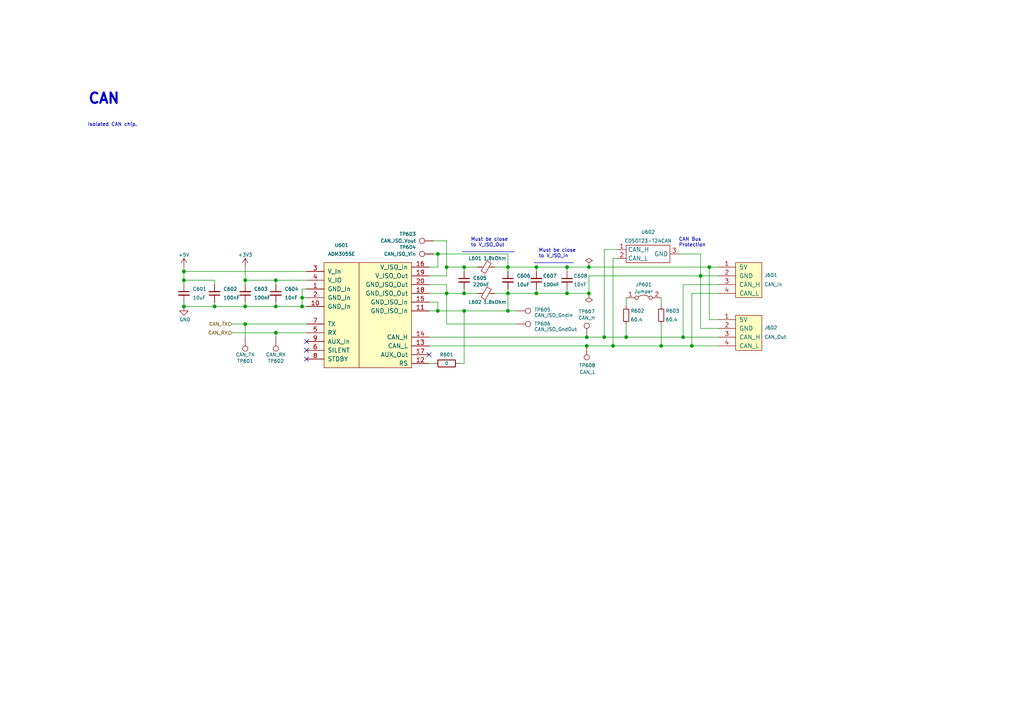
<source format=kicad_sch>
(kicad_sch (version 20230121) (generator eeschema)
  (paper "A4")
  (title_block (title "Sunscatter") (date "2022-06-05") (rev "3.4.0") (company "Longhorn Racing Solar") (comment 1 "Matthew Yu") (comment 2 "Gary Hallock"))
  (lib_symbols
    (symbol "Connector:TestPoint" (pin_numbers hide) (pin_names (offset 0.762) hide)
      (property "Reference" "TP" (at 0 6.858 0))
      (property "Value" "TestPoint" (at 0 5.08 0))
      (symbol "TestPoint_0_1"
        (circle (center 0 3.302) (radius 0.762))
      )
      (symbol "TestPoint_1_1"
        (pin passive line (at 0 0 90) (length 2.54) (name "1") (number "1"))
      )
    )
    (symbol "Device:C_Small" (pin_numbers hide) (pin_names (offset 0.254) hide)
      (property "Reference" "C" (at 0.254 1.778 0))
      (property "Value" "C_Small" (at 0.254 -2.032 0))
      (symbol "C_Small_0_1"
        (polyline (pts (xy -1.524 -0.508) (xy 1.524 -0.508)) (stroke (width 0.3302)))
        (polyline (pts (xy -1.524 0.508) (xy 1.524 0.508)) (stroke (width 0.3048)))
      )
      (symbol "C_Small_1_1"
        (pin passive line (at 0 2.54 270) (length 2.032) (name "~") (number "1"))
        (pin passive line (at 0 -2.54 90) (length 2.032) (name "~") (number "2"))
      )
    )
    (symbol "Device:FerriteBead_Small" (pin_numbers hide) (pin_names (offset 0))
      (property "Reference" "FB" (at 1.905 1.27 0))
      (property "Value" "FerriteBead_Small" (at 1.905 -1.27 0))
      (symbol "FerriteBead_Small_0_1"
        (polyline (pts (xy 0 -1.27) (xy 0 -0.7874)))
        (polyline (pts (xy 0 0.889) (xy 0 1.2954)))
        (polyline (pts (xy -1.8288 0.2794) (xy -1.1176 1.4986) (xy 1.8288 -0.2032) (xy 1.1176 -1.4224) (xy -1.8288 0.2794)))
      )
      (symbol "FerriteBead_Small_1_1"
        (pin passive line (at 0 2.54 270) (length 1.27) (name "~") (number "1"))
        (pin passive line (at 0 -2.54 90) (length 1.27) (name "~") (number "2"))
      )
    )
    (symbol "Device:R" (pin_numbers hide) (pin_names (offset 0))
      (property "Reference" "R" (at 2.032 0 90))
      (property "Value" "R" (at 0 0 90))
      (symbol "R_0_1"
        (rectangle (start -1.016 -2.54) (end 1.016 2.54) (stroke (width 0.254)))
      )
      (symbol "R_1_1"
        (pin passive line (at 0 3.81 270) (length 1.27) (name "~") (number "1"))
        (pin passive line (at 0 -3.81 90) (length 1.27) (name "~") (number "2"))
      )
    )
    (symbol "Device:R_Small" (pin_numbers hide) (pin_names (offset 0.254) hide)
      (property "Reference" "R" (at 0.762 0.508 0))
      (property "Value" "R_Small" (at 0.762 -1.016 0))
      (symbol "R_Small_0_1"
        (rectangle (start -0.762 1.778) (end 0.762 -1.778) (stroke (width 0.2032)))
      )
      (symbol "R_Small_1_1"
        (pin passive line (at 0 2.54 270) (length 0.762) (name "~") (number "1"))
        (pin passive line (at 0 -2.54 90) (length 0.762) (name "~") (number "2"))
      )
    )
    (symbol "Jumper:Jumper_2_Bridged" (pin_names (offset 0) hide)
      (property "Reference" "JP" (at 0 1.905 0))
      (property "Value" "Jumper_2_Bridged" (at 0 -2.54 0))
      (symbol "Jumper_2_Bridged_0_0"
        (circle (center -2.032 0) (radius 0.508))
        (circle (center 2.032 0) (radius 0.508))
      )
      (symbol "Jumper_2_Bridged_0_1"
        (arc (start 1.524 0.254) (mid 0 0.762) (end -1.524 0.254))
      )
      (symbol "Jumper_2_Bridged_1_1"
        (pin passive line (at -5.08 0 0) (length 2.54) (name "A") (number "1"))
        (pin passive line (at 5.08 0 180) (length 2.54) (name "B") (number "2"))
      )
    )
    (symbol "MPPT:CAN_Bus_Protector_CDSOT23-T24CAN"
      (property "Reference" "U" (at 0 -3.81 0))
      (property "Value" "CAN_Bus_Protector_CDSOT23-T24CAN" (at 0 3.81 0))
      (symbol "CAN_Bus_Protector_CDSOT23-T24CAN_0_1"
        (rectangle (start 6.35 2.54) (end -6.35 -2.54))
      )
      (symbol "CAN_Bus_Protector_CDSOT23-T24CAN_1_1"
        (pin passive line (at -8.89 1.27 0) (length 2.54) (name "CAN_H") (number "1"))
        (pin passive line (at -8.89 -1.27 0) (length 2.54) (name "CAN_L") (number "2"))
        (pin passive line (at 8.89 0 180) (length 2.54) (name "GND") (number "3"))
      )
    )
    (symbol "MPPT:CAN_Chip_ADM3055E" (pin_names (offset 1.016))
      (property "Reference" "U" (at 0 16.51 0))
      (property "Value" "CAN_Chip_ADM3055E" (at 0 -16.51 0))
      (symbol "CAN_Chip_ADM3055E_0_1"
        (rectangle (start -12.7 15.24) (end 12.7 -15.24) (fill (type background)))
        (polyline (pts (xy -2.54 15.24) (xy -2.54 -15.24)))
      )
      (symbol "CAN_Chip_ADM3055E_1_1"
        (pin power_in line (at -17.78 7.62 0) (length 5.08) (name "GND_In") (number "1"))
        (pin power_in line (at -17.78 2.54 0) (length 5.08) (name "GND_In") (number "10"))
        (pin power_in line (at 17.78 1.27 180) (length 5.08) (name "GND_ISO_In") (number "11"))
        (pin input line (at 17.78 -13.97 180) (length 5.08) (name "RS") (number "12"))
        (pin bidirectional line (at 17.78 -8.89 180) (length 5.08) (name "CAN_L") (number "13"))
        (pin bidirectional line (at 17.78 -6.35 180) (length 5.08) (name "CAN_H") (number "14"))
        (pin power_in line (at 17.78 3.81 180) (length 5.08) (name "GND_ISO_In") (number "15"))
        (pin power_in line (at 17.78 13.97 180) (length 5.08) (name "V_ISO_In") (number "16"))
        (pin output line (at 17.78 -11.43 180) (length 5.08) (name "AUX_Out") (number "17"))
        (pin power_in line (at 17.78 6.35 180) (length 5.08) (name "GND_ISO_Out") (number "18"))
        (pin power_out line (at 17.78 11.43 180) (length 5.08) (name "V_ISO_Out") (number "19"))
        (pin power_in line (at -17.78 5.08 0) (length 5.08) (name "GND_In") (number "2"))
        (pin power_out line (at 17.78 8.89 180) (length 5.08) (name "GND_ISO_Out") (number "20"))
        (pin power_in line (at -17.78 12.7 0) (length 5.08) (name "V_In") (number "3"))
        (pin power_in line (at -17.78 10.16 0) (length 5.08) (name "V_IO") (number "4"))
        (pin output line (at -17.78 -5.08 0) (length 5.08) (name "RX") (number "5"))
        (pin input line (at -17.78 -10.16 0) (length 5.08) (name "SILENT") (number "6"))
        (pin input line (at -17.78 -2.54 0) (length 5.08) (name "TX") (number "7"))
        (pin input line (at -17.78 -12.7 0) (length 5.08) (name "STDBY") (number "8"))
        (pin input line (at -17.78 -7.62 0) (length 5.08) (name "AUX_In") (number "9"))
      )
    )
    (symbol "MPPT:CAN_Connector_43650-0427" (pin_names (offset 1.016))
      (property "Reference" "J" (at 0 -6.35 0))
      (property "Value" "CAN_Connector_43650-0427" (at 0 6.35 0))
      (symbol "CAN_Connector_43650-0427_0_1"
        (rectangle (start 3.81 5.08) (end -3.81 -5.08) (fill (type background)))
      )
      (symbol "CAN_Connector_43650-0427_1_1"
        (pin power_in line (at 8.89 3.81 180) (length 5.08) (name "5V") (number "1"))
        (pin power_in line (at 8.89 1.27 180) (length 5.08) (name "GND") (number "2"))
        (pin bidirectional line (at 8.89 -1.27 180) (length 5.08) (name "CAN_H") (number "3"))
        (pin bidirectional line (at 8.89 -3.81 180) (length 5.08) (name "CAN_L") (number "4"))
      )
    )
    (symbol "power:+3.3V" (power) (pin_names (offset 0))
      (property "Value" "+3.3V" (at 0 3.556 0))
      (symbol "+3.3V_0_1"
        (polyline (pts (xy -0.762 1.27) (xy 0 2.54)))
        (polyline (pts (xy 0 0) (xy 0 2.54)))
        (polyline (pts (xy 0 2.54) (xy 0.762 1.27)))
      )
      (symbol "+3.3V_1_1"
        (pin power_in line (at 0 0 90) (length 0) hide (name "+3V3") (number "1"))
      )
    )
    (symbol "power:+5V" (power) (pin_names (offset 0))
      (property "Value" "+5V" (at 0 3.556 0))
      (symbol "+5V_0_1"
        (polyline (pts (xy -0.762 1.27) (xy 0 2.54)))
        (polyline (pts (xy 0 0) (xy 0 2.54)))
        (polyline (pts (xy 0 2.54) (xy 0.762 1.27)))
      )
      (symbol "+5V_1_1"
        (pin power_in line (at 0 0 90) (length 0) hide (name "+5V") (number "1"))
      )
    )
    (symbol "power:GND" (power) (pin_names (offset 0))
      (property "Value" "GND" (at 0 -3.81 0))
      (symbol "GND_0_1"
        (polyline (pts (xy 0 0) (xy 0 -1.27) (xy 1.27 -1.27) (xy 0 -2.54) (xy -1.27 -1.27) (xy 0 -1.27)))
      )
      (symbol "GND_1_1"
        (pin power_in line (at 0 0 270) (length 0) hide (name "GND") (number "1"))
      )
    )
    (symbol "power:PWR_FLAG" (power) (pin_numbers hide) (pin_names (offset 0) hide)
      (property "Value" "PWR_FLAG" (at 0 3.81 0))
      (symbol "PWR_FLAG_0_0"
        (pin power_out line (at 0 0 90) (length 0) (name "pwr") (number "1"))
      )
      (symbol "PWR_FLAG_0_1"
        (polyline (pts (xy 0 0) (xy 0 1.27) (xy -1.016 1.905) (xy 0 2.54) (xy 1.016 1.905) (xy 0 1.27)))
      )
    )
  )
  (junction (at 129.54 77.47))
  (junction (at 164.465 77.47))
  (junction (at 71.12 81.28))
  (junction (at 175.26 97.79))
  (junction (at 181.61 97.79))
  (junction (at 87.63 88.9))
  (junction (at 80.01 96.52))
  (junction (at 198.12 97.79))
  (junction (at 53.34 78.74))
  (junction (at 191.77 100.33))
  (junction (at 71.12 88.9))
  (junction (at 147.32 77.47))
  (junction (at 170.815 77.47))
  (junction (at 53.34 81.28))
  (junction (at 127 90.17))
  (junction (at 170.815 85.09))
  (junction (at 80.01 81.28))
  (junction (at 80.01 88.9))
  (junction (at 71.12 93.98))
  (junction (at 200.66 100.33))
  (junction (at 129.54 85.09))
  (junction (at 170.18 97.79))
  (junction (at 62.23 88.9))
  (junction (at 205.74 77.47))
  (junction (at 147.32 90.17))
  (junction (at 170.18 100.33))
  (junction (at 134.62 85.09))
  (junction (at 147.32 85.09))
  (junction (at 155.575 85.09))
  (junction (at 53.34 88.9))
  (junction (at 134.62 90.17))
  (junction (at 87.63 86.36))
  (junction (at 203.2 80.01))
  (junction (at 164.465 85.09))
  (junction (at 177.8 100.33))
  (junction (at 134.62 77.47))
  (junction (at 155.575 77.47))
  (junction (at 127 73.66))
  (no_connect (at 124.46 102.87))
  (no_connect (at 88.9 104.14))
  (no_connect (at 88.9 99.06))
  (no_connect (at 88.9 101.6))
  (wire (pts (xy 164.465 77.47) (xy 170.815 77.47)))
  (wire (pts (xy 87.63 83.82) (xy 87.63 86.36)))
  (wire (pts (xy 181.61 86.36) (xy 181.61 88.9)))
  (wire (pts (xy 170.815 80.01) (xy 203.2 80.01)))
  (wire (pts (xy 129.54 93.98) (xy 149.86 93.98)))
  (wire (pts (xy 134.62 105.41) (xy 134.62 90.17)))
  (wire (pts (xy 127 87.63) (xy 127 90.17)))
  (wire (pts (xy 80.01 87.63) (xy 80.01 88.9)))
  (wire (pts (xy 80.01 81.28) (xy 80.01 82.55)))
  (wire (pts (xy 124.46 100.33) (xy 170.18 100.33)))
  (wire (pts (xy 191.77 88.9) (xy 191.77 86.36)))
  (wire (pts (xy 170.18 97.79) (xy 175.26 97.79)))
  (wire (pts (xy 87.63 88.9) (xy 88.9 88.9)))
  (wire (pts (xy 125.73 69.85) (xy 129.54 69.85)))
  (wire (pts (xy 88.9 83.82) (xy 87.63 83.82)))
  (wire (pts (xy 134.62 90.17) (xy 147.32 90.17)))
  (wire (pts (xy 170.815 80.01) (xy 170.815 85.09)))
  (wire (pts (xy 147.32 77.47) (xy 155.575 77.47)))
  (wire (pts (xy 127 87.63) (xy 124.46 87.63)))
  (wire (pts (xy 155.575 77.47) (xy 155.575 78.74)))
  (wire (pts (xy 175.26 72.39) (xy 175.26 97.79)))
  (wire (pts (xy 127 73.66) (xy 147.32 73.66)))
  (wire (pts (xy 71.12 77.47) (xy 71.12 81.28)))
  (wire (pts (xy 170.815 77.47) (xy 205.74 77.47)))
  (wire (pts (xy 127 73.66) (xy 127 77.47)))
  (wire (pts (xy 124.46 85.09) (xy 129.54 85.09)))
  (wire (pts (xy 181.61 97.79) (xy 198.12 97.79)))
  (wire (pts (xy 71.12 97.79) (xy 71.12 93.98)))
  (wire (pts (xy 200.66 100.33) (xy 208.28 100.33)))
  (wire (pts (xy 127 77.47) (xy 124.46 77.47)))
  (wire (pts (xy 203.2 80.01) (xy 203.2 95.25)))
  (wire (pts (xy 147.32 73.66) (xy 147.32 77.47)))
  (wire (pts (xy 175.26 97.79) (xy 181.61 97.79)))
  (wire (pts (xy 129.54 69.85) (xy 129.54 77.47)))
  (wire (pts (xy 71.12 81.28) (xy 71.12 82.55)))
  (wire (pts (xy 164.465 77.47) (xy 164.465 78.74)))
  (wire (pts (xy 134.62 77.47) (xy 138.43 77.47)))
  (wire (pts (xy 203.2 95.25) (xy 208.28 95.25)))
  (wire (pts (xy 191.77 93.98) (xy 191.77 100.33)))
  (wire (pts (xy 124.46 97.79) (xy 170.18 97.79)))
  (wire (pts (xy 80.01 96.52) (xy 88.9 96.52)))
  (wire (pts (xy 80.01 97.79) (xy 80.01 96.52)))
  (wire (pts (xy 147.32 85.09) (xy 147.32 90.17)))
  (wire (pts (xy 143.51 85.09) (xy 147.32 85.09)))
  (wire (pts (xy 164.465 85.09) (xy 164.465 83.82)))
  (wire (pts (xy 124.46 90.17) (xy 127 90.17)))
  (wire (pts (xy 67.31 96.52) (xy 80.01 96.52)))
  (wire (pts (xy 203.2 80.01) (xy 208.28 80.01)))
  (wire (pts (xy 205.74 77.47) (xy 205.74 92.71)))
  (wire (pts (xy 53.34 87.63) (xy 53.34 88.9)))
  (wire (pts (xy 134.62 78.74) (xy 134.62 77.47)))
  (wire (pts (xy 133.35 105.41) (xy 134.62 105.41)))
  (wire (pts (xy 200.66 85.09) (xy 208.28 85.09)))
  (wire (pts (xy 129.54 82.55) (xy 124.46 82.55)))
  (wire (pts (xy 53.34 77.47) (xy 53.34 78.74)))
  (wire (pts (xy 62.23 81.28) (xy 62.23 82.55)))
  (wire (pts (xy 205.74 77.47) (xy 208.28 77.47)))
  (wire (pts (xy 62.23 87.63) (xy 62.23 88.9)))
  (wire (pts (xy 129.54 77.47) (xy 129.54 80.01)))
  (wire (pts (xy 164.465 85.09) (xy 170.815 85.09)))
  (wire (pts (xy 155.575 77.47) (xy 164.465 77.47)))
  (wire (pts (xy 191.77 100.33) (xy 200.66 100.33)))
  (wire (pts (xy 71.12 87.63) (xy 71.12 88.9)))
  (wire (pts (xy 134.62 85.09) (xy 138.43 85.09)))
  (wire (pts (xy 53.34 78.74) (xy 88.9 78.74)))
  (wire (pts (xy 71.12 81.28) (xy 80.01 81.28)))
  (wire (pts (xy 181.61 93.98) (xy 181.61 97.79)))
  (polyline (pts (xy 133.985 73.025) (xy 149.225 73.025)))
  (wire (pts (xy 53.34 81.28) (xy 53.34 82.55)))
  (wire (pts (xy 179.07 74.93) (xy 177.8 74.93)))
  (wire (pts (xy 147.32 83.82) (xy 147.32 85.09)))
  (wire (pts (xy 198.12 97.79) (xy 208.28 97.79)))
  (wire (pts (xy 155.575 85.09) (xy 155.575 83.82)))
  (wire (pts (xy 129.54 85.09) (xy 134.62 85.09)))
  (wire (pts (xy 80.01 81.28) (xy 88.9 81.28)))
  (wire (pts (xy 177.8 74.93) (xy 177.8 100.33)))
  (wire (pts (xy 62.23 88.9) (xy 71.12 88.9)))
  (wire (pts (xy 155.575 85.09) (xy 164.465 85.09)))
  (wire (pts (xy 147.32 77.47) (xy 147.32 78.74)))
  (wire (pts (xy 143.51 77.47) (xy 147.32 77.47)))
  (wire (pts (xy 87.63 86.36) (xy 87.63 88.9)))
  (wire (pts (xy 205.74 92.71) (xy 208.28 92.71)))
  (wire (pts (xy 53.34 88.9) (xy 62.23 88.9)))
  (wire (pts (xy 71.12 88.9) (xy 80.01 88.9)))
  (wire (pts (xy 129.54 85.09) (xy 129.54 93.98)))
  (wire (pts (xy 80.01 88.9) (xy 87.63 88.9)))
  (wire (pts (xy 134.62 85.09) (xy 134.62 83.82)))
  (wire (pts (xy 179.07 72.39) (xy 175.26 72.39)))
  (wire (pts (xy 53.34 78.74) (xy 53.34 81.28)))
  (wire (pts (xy 129.54 77.47) (xy 134.62 77.47)))
  (wire (pts (xy 147.32 85.09) (xy 155.575 85.09)))
  (wire (pts (xy 203.2 73.66) (xy 203.2 80.01)))
  (wire (pts (xy 129.54 80.01) (xy 124.46 80.01)))
  (wire (pts (xy 200.66 100.33) (xy 200.66 85.09)))
  (wire (pts (xy 127 90.17) (xy 134.62 90.17)))
  (wire (pts (xy 170.18 100.33) (xy 177.8 100.33)))
  (wire (pts (xy 87.63 86.36) (xy 88.9 86.36)))
  (wire (pts (xy 198.12 97.79) (xy 198.12 82.55)))
  (wire (pts (xy 53.34 81.28) (xy 62.23 81.28)))
  (polyline (pts (xy 154.94 76.2) (xy 166.37 76.2)))
  (wire (pts (xy 125.73 73.66) (xy 127 73.66)))
  (wire (pts (xy 129.54 82.55) (xy 129.54 85.09)))
  (wire (pts (xy 196.85 73.66) (xy 203.2 73.66)))
  (wire (pts (xy 67.31 93.98) (xy 71.12 93.98)))
  (wire (pts (xy 71.12 93.98) (xy 88.9 93.98)))
  (wire (pts (xy 125.73 105.41) (xy 124.46 105.41)))
  (wire (pts (xy 198.12 82.55) (xy 208.28 82.55)))
  (wire (pts (xy 147.32 90.17) (xy 149.86 90.17)))
  (wire (pts (xy 177.8 100.33) (xy 191.77 100.33)))
  (text "CAN Bus\nProtection" (at 196.85 71.755 0) (effects (font (size 1 1)) (justify left bottom)))
  (text "CAN" (at 25.4 30.48 0) (effects (font (size 3 3) (thickness 0.6096) bold) (justify left bottom)))
  (text "Must be close\nto V_ISO_Out" (at 136.525 71.755 0) (effects (font (size 1 1)) (justify left bottom)))
  (text "Isolated CAN chip." (at 25.4 36.83 0) (effects (font (size 1.016 1.016)) (justify left bottom)))
  (text "Must be close\nto V_ISO_In" (at 156.21 74.93 0) (effects (font (size 1 1)) (justify left bottom)))
  (hierarchical_label "CAN_TX" (shape input) (at 67.31 93.98 180) (effects (font (size 1 1))))
  (hierarchical_label "CAN_RX" (shape input) (at 67.31 96.52 180) (effects (font (size 1 1))))
  (symbol (lib_id "MPPT:CAN_Bus_Protector_CDSOT23-T24CAN") (at 187.96 73.66 0) (unit 1)
    (property "Reference" "U602" (at 187.96 67.31 0) (effects (font (size 1 1))))
    (property "Value" "CDSOT23-T24CAN" (at 187.96 69.85 0) (effects (font (size 1 1))))
    (property "Footprint" "Package_TO_SOT_SMD:SOT-23" (effects hide))
    (property "Datasheet" "https://www.mouser.com/datasheet/2/54/cdsot23-t24can-q-1534349.pdf" (effects hide))
    (property "Distributor" "Mouser" (effects hide))
    (property "Manufacturer" "Bourns" (effects hide))
    (property "JLCPCB BOM" "0" (effects hide))
    (property "LCSC Part" "N/A" (effects hide))
    (property "Projected Cost" "0.50" (effects hide))
    (property "Purchase Page" "https://www.mouser.com/ProductDetail/Bourns/CDSOT23-T24CAN-Q?qs=xhbEVWpZdWdLN7nyBILlNA%3D%3D" (effects hide))
    (property "Manufacturer Part Number" "CDSOT23-T24CAN-Q" (effects hide))
    (property "Mouser Part" "652-CDSOT23-T24CAN-Q" (effects hide))
  )
  (symbol (lib_id "Device:R_Small") (at 191.77 91.44 0) (mirror y) (unit 1)
    (property "Reference" "R603" (at 193.04 90.17 0) (effects (font (size 1 1)) (justify right)))
    (property "Value" "60.4" (at 193.04 92.71 0) (effects (font (size 1 1)) (justify right)))
    (property "Footprint" "Resistor_SMD:R_0805_2012Metric" (effects hide))
    (property "Datasheet" "https://www.mouser.com/datasheet/2/427/crcwhpe3-1713858.pdf" (effects hide))
    (property "Distributor" "Mouser" (effects hide))
    (property "Manufacturer" "Vishay/Dale" (effects hide))
    (property "JLCPCB BOM" "0" (effects hide))
    (property "LCSC Part" "N/A" (effects hide))
    (property "Projected Cost" "0.25" (effects hide))
    (property "Purchase Page" "https://www.mouser.com/ProductDetail/Vishay-Dale/CRCW080560R4FKEAHP?qs=40TFAHZMFvcOLVKmRrsypQ%3D%3D" (effects hide))
    (property "Manufacturer Part Number" "CRCW080560R4FKEAHP" (effects hide))
    (property "Mouser Part" "71-CRCW080560R4FKEAH" (effects hide))
  )
  (symbol (lib_id "Connector:TestPoint") (at 80.01 97.79 180) (unit 1)
    (property "Reference" "TP602" (at 80.01 104.14 0) (effects (font (size 1 1)) (justify bottom)))
    (property "Value" "CAN_RX" (at 80.01 102.87 0) (effects (font (size 1 1))))
    (property "Footprint" "TestPoint:TestPoint_Pad_1.0x1.0mm" (effects hide))
  )
  (symbol (lib_id "Device:C_Small") (at 147.32 81.28 0) (unit 1)
    (property "Reference" "C606" (at 149.86 80.01 0) (effects (font (size 1 1)) (justify left)))
    (property "Value" "10uF" (at 149.86 82.55 0) (effects (font (size 1 1)) (justify left)))
    (property "Footprint" "Capacitor_SMD:C_0805_2012Metric" (effects hide))
    (property "Datasheet" "https://datasheet.lcsc.com/lcsc/1811121310_Samsung-Electro-Mechanics-CL21A106KAYNNNE_C15850.pdf" (effects hide))
    (property "Distributor" "JLCPCB" (effects hide))
    (property "JLCPCB BOM" "1" (effects hide))
    (property "LCSC Part" "C15850" (effects hide))
    (property "Manufacturer" "Samsung Electro-Mechanics" (effects hide))
    (property "Projected Cost" "0.0141" (effects hide))
    (property "Purchase Page" "N/A" (effects hide))
    (property "Manufacturer Part Number" "CL21A106KAYNNNE" (effects hide))
    (property "Mouser Part" "N/A" (effects hide))
  )
  (symbol (lib_id "Device:C_Small") (at 155.575 81.28 180) (unit 1)
    (property "Reference" "C607" (at 157.48 80.01 0) (effects (font (size 1 1)) (justify right)))
    (property "Value" "100nF" (at 157.48 82.55 0) (effects (font (size 1 1)) (justify right)))
    (property "Footprint" "Capacitor_SMD:C_0805_2012Metric" (effects hide))
    (property "Datasheet" "https://datasheet.lcsc.com/lcsc/1810191216_Samsung-Electro-Mechanics-CL21B104KCFNNNE_C28233.pdf" (effects hide))
    (property "Distributor" "JLCPCB" (effects hide))
    (property "Manufacturer" "Samsung Elctro-Mechanics" (effects hide))
    (property "JLCPCB BOM" "1" (effects hide))
    (property "LCSC Part" "C28233" (effects hide))
    (property "Projected Cost" "0.0083" (effects hide))
    (property "Purchase Page" "N/A" (effects hide))
    (property "Manufacturer Part Number" "CL21B104KCFNNNE" (effects hide))
    (property "Mouser Part" "N/A" (effects hide))
  )
  (symbol (lib_id "Device:C_Small") (at 134.62 81.28 0) (unit 1)
    (property "Reference" "C605" (at 137.16 80.645 0) (effects (font (size 1 1)) (justify left)))
    (property "Value" "220nF" (at 137.16 82.55 0) (effects (font (size 1 1)) (justify left)))
    (property "Footprint" "Capacitor_SMD:C_0805_2012Metric" (effects hide))
    (property "Datasheet" "https://datasheet.lcsc.com/lcsc/1810191222_Samsung-Electro-Mechanics-CL21B224KBFNNNE_C5378.pdf" (effects hide))
    (property "Distributor" "JLCPCB" (effects hide))
    (property "JLCPCB BOM" "1" (effects hide))
    (property "LCSC Part" "C5378" (effects hide))
    (property "Manufacturer" "Samsung Electro-Mechanics" (effects hide))
    (property "Projected Cost" "0.0118" (effects hide))
    (property "Purchase Page" "N/A" (effects hide))
    (property "Manufacturer Part Number" "CL21B224KBFNNNE" (effects hide))
    (property "Mouser Part" "N/A" (effects hide))
  )
  (symbol (lib_id "power:+3.3V") (at 71.12 77.47 0) (unit 1)
    (property "Reference" "#PWR0602" (effects hide))
    (property "Value" "+3.3V" (at 71.12 73.914 0) (effects (font (size 1 1))))
  )
  (symbol (lib_id "Device:FerriteBead_Small") (at 140.97 77.47 270) (unit 1)
    (property "Reference" "L601" (at 135.89 74.93 90) (effects (font (size 1 1)) (justify left)))
    (property "Value" "1.8kOhm" (at 140.208 74.93 90) (effects (font (size 1 1)) (justify left)))
    (property "Footprint" "Inductor_SMD:L_0805_2012Metric" (effects hide))
    (property "Datasheet" "https://www.mouser.com/datasheet/2/281/1/mure_s_a0010614356_1-2279078.pdf" (effects hide))
    (property "Distributor" "Mouser" (effects hide))
    (property "JLCPCB BOM" "0" (effects hide))
    (property "LCSC Part" "N/A" (effects hide))
    (property "Manufacturer" "Murata Electronics" (effects hide))
    (property "Projected Cost" "0.23" (effects hide))
    (property "Purchase Page" "https://www.mouser.com/ProductDetail/Murata-Electronics/BLM21BD182SN1D?qs=sGAEpiMZZMvCgIIVhD0Cyg9cJWfqr1nr" (effects hide))
    (property "Manufacturer Part Number" "BLM21BD182SN1D" (effects hide))
    (property "Mouser Part" "81-BLM21BD182SN1D" (effects hide))
  )
  (symbol (lib_id "MPPT:CAN_Chip_ADM3055E") (at 106.68 91.44 0) (unit 1)
    (property "Reference" "U601" (at 99.06 71.12 0) (effects (font (size 1 1))))
    (property "Value" "ADM3055E" (at 99.06 73.66 0) (effects (font (size 1 1))))
    (property "Footprint" "Footprints:ADM3055EBRIZ" (effects hide))
    (property "Datasheet" "https://www.mouser.com/datasheet/2/609/ADM3055E-3057E-1509677.pdf" (effects hide))
    (property "Distributor" "Mouser" (effects hide))
    (property "JLCPCB BOM" "0" (effects hide))
    (property "LCSC Part" "N/A" (effects hide))
    (property "Manufacturer" "Analog Devices" (effects hide))
    (property "Projected Cost" "14.91" (effects hide))
    (property "Purchase Page" "https://www.mouser.com/ProductDetail/Analog-Devices/ADM3055EBRIZ?qs=w%2Fv1CP2dgqo%2F70Yob%2FS6iA%3D%3D" (effects hide))
    (property "Manufacturer Part Number" "ADM3055EBRIZ" (effects hide))
    (property "Mouser Part" "584-ADM3055EBRIZ" (effects hide))
  )
  (symbol (lib_id "power:PWR_FLAG") (at 170.815 77.47 0) (unit 1)
    (property "Reference" "#FLG0601" (effects hide))
    (property "Value" "PWR_FLAG" (effects hide))
  )
  (symbol (lib_id "Connector:TestPoint") (at 149.86 90.17 270) (unit 1)
    (property "Reference" "TP605" (at 154.94 90.424 90) (effects (font (size 1 1)) (justify left bottom)))
    (property "Value" "CAN_ISO_GndIn" (at 154.94 91.44 90) (effects (font (size 1 1)) (justify left)))
    (property "Footprint" "TestPoint:TestPoint_Pad_1.0x1.0mm" (effects hide))
  )
  (symbol (lib_id "MPPT:CAN_Connector_43650-0427") (at 217.17 96.52 0) (mirror y) (unit 1)
    (property "Reference" "J602" (at 221.6912 95.0468 0) (effects (font (size 1 1)) (justify right)))
    (property "Value" "CAN_Out" (at 221.6912 97.7392 0) (effects (font (size 1 1)) (justify right)))
    (property "Footprint" "Connector_Molex:Molex_Micro-Fit_3.0_43650-0415_1x04_P3.00mm_Vertical" (effects hide))
    (property "Datasheet" "https://www.mouser.com/datasheet/2/276/0436500415_PCB_HEADERS-148705.pdf" (effects hide))
    (property "Distributor" "Mouser" (effects hide))
    (property "Manufacturer" "Molex" (effects hide))
    (property "JLCPCB BOM" "0" (effects hide))
    (property "LCSC Part" "N/A" (effects hide))
    (property "Projected Cost" "1.70" (effects hide))
    (property "Purchase Page" "https://www.mouser.com/ProductDetail/Molex/43650-0427?qs=yYVs2tXBqMNbk6Zhnc0cBQ%3D%3D" (effects hide))
    (property "Manufacturer Part Number" "43650-0427" (effects hide))
    (property "Mouser Part" "538-43650-0427" (effects hide))
  )
  (symbol (lib_id "Jumper:Jumper_2_Bridged") (at 186.69 86.36 0) (unit 1)
    (property "Reference" "JP601" (at 186.69 82.55 0) (effects (font (size 1 1))))
    (property "Value" "Jumper" (at 186.69 84.5336 0) (effects (font (size 1 1))))
    (property "Footprint" "Connector_PinHeader_2.54mm:PinHeader_1x02_P2.54mm_Vertical" (effects hide))
  )
  (symbol (lib_id "MPPT:CAN_Connector_43650-0427") (at 217.17 81.28 0) (mirror y) (unit 1)
    (property "Reference" "J601" (at 221.6912 79.8068 0) (effects (font (size 1 1)) (justify right)))
    (property "Value" "CAN_In" (at 221.6912 82.4992 0) (effects (font (size 1 1)) (justify right)))
    (property "Footprint" "Connector_Molex:Molex_Micro-Fit_3.0_43650-0415_1x04_P3.00mm_Vertical" (effects hide))
    (property "Datasheet" "https://www.mouser.com/datasheet/2/276/0436500415_PCB_HEADERS-148705.pdf" (effects hide))
    (property "Distributor" "Mouser" (effects hide))
    (property "Manufacturer" "Molex" (effects hide))
    (property "JLCPCB BOM" "0" (effects hide))
    (property "LCSC Part" "N/A" (effects hide))
    (property "Projected Cost" "1.70" (effects hide))
    (property "Purchase Page" "https://www.mouser.com/ProductDetail/Molex/43650-0427?qs=yYVs2tXBqMNbk6Zhnc0cBQ%3D%3D" (effects hide))
    (property "Manufacturer Part Number" "43650-0427" (effects hide))
    (property "Mouser Part" "538-43650-0427" (effects hide))
  )
  (symbol (lib_id "power:GND") (at 53.34 88.9 0) (unit 1)
    (property "Reference" "#PWR0603" (effects hide))
    (property "Value" "GND" (at 55.245 92.71 0) (effects (font (size 1 1)) (justify right)))
  )
  (symbol (lib_id "Connector:TestPoint") (at 71.12 97.79 180) (unit 1)
    (property "Reference" "TP601" (at 71.12 104.14 0) (effects (font (size 1 1)) (justify bottom)))
    (property "Value" "CAN_TX" (at 71.12 102.87 0) (effects (font (size 1 1))))
    (property "Footprint" "TestPoint:TestPoint_Pad_1.0x1.0mm" (effects hide))
  )
  (symbol (lib_id "Connector:TestPoint") (at 125.73 73.66 90) (unit 1)
    (property "Reference" "TP604" (at 120.65 71.12 90) (effects (font (size 1 1)) (justify left bottom)))
    (property "Value" "CAN_ISO_Vin" (at 120.65 73.66 90) (effects (font (size 1 1)) (justify left)))
    (property "Footprint" "TestPoint:TestPoint_Pad_1.0x1.0mm" (effects hide))
  )
  (symbol (lib_id "Connector:TestPoint") (at 170.18 100.33 180) (unit 1)
    (property "Reference" "TP608" (at 172.72 105.41 0) (effects (font (size 1 1)) (justify left bottom)))
    (property "Value" "CAN_L" (at 172.72 107.95 0) (effects (font (size 1 1)) (justify left)))
    (property "Footprint" "TestPoint:TestPoint_Pad_1.0x1.0mm" (effects hide))
  )
  (symbol (lib_id "Connector:TestPoint") (at 170.18 97.79 0) (unit 1)
    (property "Reference" "TP607" (at 170.18 90.932 0) (effects (font (size 1 1)) (justify bottom)))
    (property "Value" "CAN_H" (at 170.18 92.202 0) (effects (font (size 1 1))))
    (property "Footprint" "TestPoint:TestPoint_Pad_1.0x1.0mm" (effects hide))
  )
  (symbol (lib_id "Connector:TestPoint") (at 125.73 69.85 90) (unit 1)
    (property "Reference" "TP603" (at 120.65 67.31 90) (effects (font (size 1 1)) (justify left bottom)))
    (property "Value" "CAN_ISO_Vout" (at 120.65 69.85 90) (effects (font (size 1 1)) (justify left)))
    (property "Footprint" "TestPoint:TestPoint_Pad_1.0x1.0mm" (effects hide))
  )
  (symbol (lib_id "Device:C_Small") (at 53.34 85.09 0) (unit 1)
    (property "Reference" "C601" (at 55.88 83.82 0) (effects (font (size 1 1)) (justify left)))
    (property "Value" "10uF" (at 55.88 86.36 0) (effects (font (size 1 1)) (justify left)))
    (property "Footprint" "Capacitor_SMD:C_0805_2012Metric" (effects hide))
    (property "Datasheet" "https://datasheet.lcsc.com/lcsc/1811121310_Samsung-Electro-Mechanics-CL21A106KAYNNNE_C15850.pdf" (effects hide))
    (property "Distributor" "JLCPCB" (effects hide))
    (property "JLCPCB BOM" "1" (effects hide))
    (property "LCSC Part" "C15850" (effects hide))
    (property "Manufacturer" "Samsung Electro-Mechanics" (effects hide))
    (property "Projected Cost" "0.0141" (effects hide))
    (property "Purchase Page" "N/A" (effects hide))
    (property "Manufacturer Part Number" "CL21A106KAYNNNE" (effects hide))
    (property "Mouser Part" "N/A" (effects hide))
  )
  (symbol (lib_id "Device:FerriteBead_Small") (at 140.97 85.09 270) (unit 1)
    (property "Reference" "L602" (at 135.89 87.63 90) (effects (font (size 1 1)) (justify left)))
    (property "Value" "1.8kOhm" (at 140.208 87.63 90) (effects (font (size 1 1)) (justify left)))
    (property "Footprint" "Inductor_SMD:L_0805_2012Metric" (effects hide))
    (property "Datasheet" "https://www.mouser.com/datasheet/2/281/1/mure_s_a0010614356_1-2279078.pdf" (effects hide))
    (property "Distributor" "Mouser" (effects hide))
    (property "JLCPCB BOM" "0" (effects hide))
    (property "LCSC Part" "N/A" (effects hide))
    (property "Manufacturer" "Murata Electronics" (effects hide))
    (property "Projected Cost" "0.23" (effects hide))
    (property "Purchase Page" "https://www.mouser.com/ProductDetail/Murata-Electronics/BLM21BD182SN1D?qs=sGAEpiMZZMvCgIIVhD0Cyg9cJWfqr1nr" (effects hide))
    (property "Manufacturer Part Number" "BLM21BD182SN1D" (effects hide))
    (property "Mouser Part" "81-BLM21BD182SN1D" (effects hide))
  )
  (symbol (lib_id "Connector:TestPoint") (at 149.86 93.98 270) (unit 1)
    (property "Reference" "TP606" (at 154.94 94.488 90) (effects (font (size 1 1)) (justify left bottom)))
    (property "Value" "CAN_ISO_GndOut" (at 154.94 95.504 90) (effects (font (size 1 1)) (justify left)))
    (property "Footprint" "TestPoint:TestPoint_Pad_1.0x1.0mm" (effects hide))
  )
  (symbol (lib_id "Device:C_Small") (at 164.465 81.28 0) (unit 1)
    (property "Reference" "C608" (at 166.37 80.01 0) (effects (font (size 1 1)) (justify left)))
    (property "Value" "10nF" (at 166.37 82.55 0) (effects (font (size 1 1)) (justify left)))
    (property "Footprint" "Capacitor_SMD:C_0805_2012Metric" (effects hide))
    (property "Datasheet" "https://datasheet.lcsc.com/lcsc/1811151136_Samsung-Electro-Mechanics-CL21B103KBANNNC_C1710.pdf" (effects hide))
    (property "Distributor" "JLCPCB" (effects hide))
    (property "JLCPCB BOM" "1" (effects hide))
    (property "LCSC Part" "C1710" (effects hide))
    (property "Manufacturer" "Samsung Electro-Mechanics" (effects hide))
    (property "Projected Cost" "0.0057" (effects hide))
    (property "Purchase Page" "N/A" (effects hide))
    (property "Manufacturer Part Number" "CL21B103KBANNNC" (effects hide))
    (property "Mouser Part" "N/A" (effects hide))
  )
  (symbol (lib_id "power:+5V") (at 53.34 77.47 0) (unit 1)
    (property "Reference" "#PWR0601" (effects hide))
    (property "Value" "+5V" (at 53.34 73.914 0) (effects (font (size 1 1))))
  )
  (symbol (lib_id "power:PWR_FLAG") (at 170.815 85.09 180) (unit 1)
    (property "Reference" "#FLG0602" (effects hide))
    (property "Value" "PWR_FLAG" (effects hide))
  )
  (symbol (lib_id "Device:C_Small") (at 80.01 85.09 0) (unit 1)
    (property "Reference" "C604" (at 82.55 83.82 0) (effects (font (size 1 1)) (justify left)))
    (property "Value" "10nF" (at 82.55 86.36 0) (effects (font (size 1 1)) (justify left)))
    (property "Footprint" "Capacitor_SMD:C_0805_2012Metric" (effects hide))
    (property "Datasheet" "https://datasheet.lcsc.com/lcsc/1811151136_Samsung-Electro-Mechanics-CL21B103KBANNNC_C1710.pdf" (effects hide))
    (property "Distributor" "JLCPCB" (effects hide))
    (property "JLCPCB BOM" "1" (effects hide))
    (property "LCSC Part" "C1710" (effects hide))
    (property "Manufacturer" "Samsung Electro-Mechanics" (effects hide))
    (property "Projected Cost" "0.0057" (effects hide))
    (property "Purchase Page" "N/A" (effects hide))
    (property "Manufacturer Part Number" "CL21B103KBANNNC" (effects hide))
    (property "Mouser Part" "N/A" (effects hide))
  )
  (symbol (lib_id "Device:C_Small") (at 71.12 85.09 180) (unit 1)
    (property "Reference" "C603" (at 73.66 83.82 0) (effects (font (size 1 1)) (justify right)))
    (property "Value" "100nF" (at 73.66 86.36 0) (effects (font (size 1 1)) (justify right)))
    (property "Footprint" "Capacitor_SMD:C_0805_2012Metric" (effects hide))
    (property "Datasheet" "https://datasheet.lcsc.com/lcsc/1810191216_Samsung-Electro-Mechanics-CL21B104KCFNNNE_C28233.pdf" (effects hide))
    (property "Distributor" "JLCPCB" (effects hide))
    (property "Manufacturer" "Samsung Elctro-Mechanics" (effects hide))
    (property "JLCPCB BOM" "1" (effects hide))
    (property "LCSC Part" "C28233" (effects hide))
    (property "Projected Cost" "0.0083" (effects hide))
    (property "Purchase Page" "N/A" (effects hide))
    (property "Manufacturer Part Number" "CL21B104KCFNNNE" (effects hide))
    (property "Mouser Part" "N/A" (effects hide))
  )
  (symbol (lib_id "Device:R") (at 129.54 105.41 90) (unit 1)
    (property "Reference" "R601" (at 129.54 102.87 90) (effects (font (size 1 1))))
    (property "Value" "0" (at 129.54 105.41 90) (effects (font (size 1 1))))
    (property "Footprint" "Resistor_SMD:R_0805_2012Metric" (effects hide))
    (property "Datasheet" "https://datasheet.lcsc.com/lcsc/2110251730_UNI-ROYAL-Uniroyal-Elec-0805W8F0000T5E_C17477.pdf" (effects hide))
    (property "Distributor" "JLCPCB" (effects hide))
    (property "JLCPCB BOM" "1" (effects hide))
    (property "LCSC Part" "C17477" (effects hide))
    (property "Manufacturer" "Uniroyal Elec" (effects hide))
    (property "Projected Cost" "0.0023" (effects hide))
    (property "Purchase Page" "N/A" (effects hide))
    (property "Manufacturer Part Number" "0805W8F0000T5E" (effects hide))
    (property "Mouser Part" "N/A" (effects hide))
  )
  (symbol (lib_id "Device:C_Small") (at 62.23 85.09 180) (unit 1)
    (property "Reference" "C602" (at 64.77 83.82 0) (effects (font (size 1 1)) (justify right)))
    (property "Value" "100nF" (at 64.77 86.36 0) (effects (font (size 1 1)) (justify right)))
    (property "Footprint" "Capacitor_SMD:C_0805_2012Metric" (effects hide))
    (property "Datasheet" "https://datasheet.lcsc.com/lcsc/1810191216_Samsung-Electro-Mechanics-CL21B104KCFNNNE_C28233.pdf" (effects hide))
    (property "Distributor" "JLCPCB" (effects hide))
    (property "Manufacturer" "Samsung Elctro-Mechanics" (effects hide))
    (property "JLCPCB BOM" "1" (effects hide))
    (property "LCSC Part" "C28233" (effects hide))
    (property "Projected Cost" "0.0083" (effects hide))
    (property "Purchase Page" "N/A" (effects hide))
    (property "Manufacturer Part Number" "CL21B104KCFNNNE" (effects hide))
    (property "Mouser Part" "N/A" (effects hide))
  )
  (symbol (lib_id "Device:R_Small") (at 181.61 91.44 0) (mirror x) (unit 1)
    (property "Reference" "R602" (at 182.88 90.17 0) (effects (font (size 1 1)) (justify left)))
    (property "Value" "60.4" (at 182.88 92.71 0) (effects (font (size 1 1)) (justify left)))
    (property "Footprint" "Resistor_SMD:R_0805_2012Metric" (effects hide))
    (property "Datasheet" "https://www.mouser.com/datasheet/2/427/crcwhpe3-1713858.pdf" (effects hide))
    (property "Distributor" "Mouser" (effects hide))
    (property "Manufacturer" "Vishay/Dale" (effects hide))
    (property "JLCPCB BOM" "0" (effects hide))
    (property "LCSC Part" "N/A" (effects hide))
    (property "Projected Cost" "0.25" (effects hide))
    (property "Purchase Page" "https://www.mouser.com/ProductDetail/Vishay-Dale/CRCW080560R4FKEAHP?qs=40TFAHZMFvcOLVKmRrsypQ%3D%3D" (effects hide))
    (property "Manufacturer Part Number" "CRCW080560R4FKEAHP" (effects hide))
    (property "Mouser Part" "71-CRCW080560R4FKEAH" (effects hide))
  )
)
</source>
